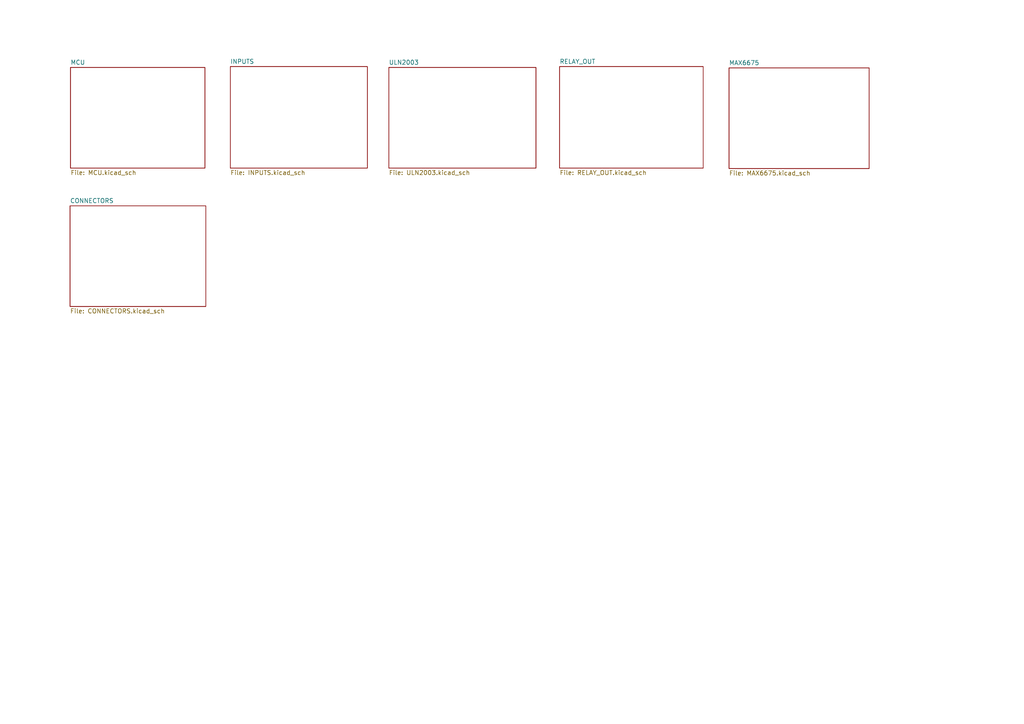
<source format=kicad_sch>
(kicad_sch (version 20211123) (generator eeschema)
  (paper "A4")
  (lib_symbols)
  (sheet (at 162.306 19.304) (size 41.656 29.464) (stroke (width 0.1524))
    (property "Sheet name" "RELAY_OUT" (at 162.306 18.5924 0) (effects (justify left bottom)))
    (property "Sheet file" "RELAY_OUT.kicad_sch" (at 162.306 49.3526 0) (effects (justify left top)))
  )
  (sheet (at 66.802 19.304) (size 39.751 29.464) (stroke (width 0.1524))
    (property "Sheet name" "INPUTS" (at 66.802 18.5924 0) (effects (justify left bottom)))
    (property "Sheet file" "INPUTS.kicad_sch" (at 66.802 49.3526 0) (effects (justify left top)))
  )
  (sheet (at 20.32 59.69) (size 39.37 29.21) (stroke (width 0.1524))
    (property "Sheet name" "CONNECTORS" (at 20.32 58.9784 0) (effects (justify left bottom)))
    (property "Sheet file" "CONNECTORS.kicad_sch" (at 20.32 89.4846 0) (effects (justify left top)))
  )
  (sheet (at 112.776 19.558) (size 42.672 29.21) (stroke (width 0.1524))
    (property "Sheet name" "ULN2003" (at 112.776 18.8464 0) (effects (justify left bottom)))
    (property "Sheet file" "ULN2003.kicad_sch" (at 112.776 49.3526 0) (effects (justify left top)))
  )
  (sheet (at 20.447 19.558) (size 38.989 29.21) (stroke (width 0.1524))
    (property "Sheet name" "MCU" (at 20.447 18.8464 0) (effects (justify left bottom)))
    (property "Sheet file" "MCU.kicad_sch" (at 20.447 49.3526 0) (effects (justify left top)))
  )
  (sheet (at 211.455 19.685) (size 40.64 29.21) (stroke (width 0.1524))
    (property "Sheet name" "MAX6675" (at 211.455 18.9734 0) (effects (justify left bottom)))
    (property "Sheet file" "MAX6675.kicad_sch" (at 211.455 49.4796 0) (effects (justify left top)))
  )
)
</source>
